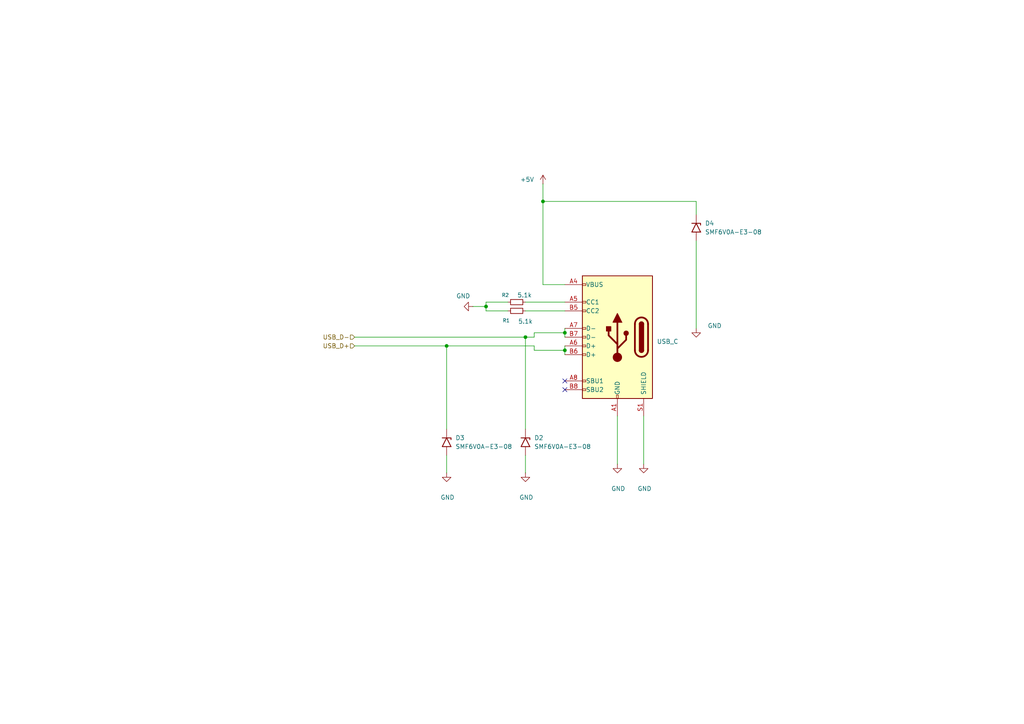
<source format=kicad_sch>
(kicad_sch (version 20250114) (generator "eeschema") (generator_version "9.0")
  (paper "A4")
  (lib_symbols
    (symbol "Connector:USB_C_Receptacle_USB2.0_16P" (pin_names (offset 1.016))
      (property "Reference" "J" (at 0 22.225 0))
      (property "Value" "USB_C_Receptacle_USB2.0_16P" (at 0 19.685 0))
      (symbol "USB_C_Receptacle_USB2.0_16P_0_0"
        (rectangle (start -0.254 -17.78) (end 0.254 -16.764))
        (rectangle (start 10.16 15.494) (end 9.144 14.986))
        (rectangle (start 10.16 10.414) (end 9.144 9.906))
        (rectangle (start 10.16 7.874) (end 9.144 7.366))
        (rectangle (start 10.16 2.794) (end 9.144 2.286))
        (rectangle (start 10.16 0.254) (end 9.144 -0.254))
        (rectangle (start 10.16 -2.286) (end 9.144 -2.794))
        (rectangle (start 10.16 -4.826) (end 9.144 -5.334))
        (rectangle (start 10.16 -12.446) (end 9.144 -12.954))
        (rectangle (start 10.16 -14.986) (end 9.144 -15.494))
      )
      (symbol "USB_C_Receptacle_USB2.0_16P_0_1"
        (rectangle (start -10.16 17.78) (end 10.16 -17.78) (stroke (width 0.254)) (fill (type background)))
        (polyline (pts (xy -8.89 -3.81) (xy -8.89 3.81)) (stroke (width 0.508)))
        (rectangle (start -7.62 -3.81) (end -6.35 3.81) (stroke (width 0.254)) (fill (type outline)))
        (arc (start -7.62 3.81) (mid -6.985 4.4423) (end -6.35 3.81) (stroke (width 0.254)))
        (arc (start -7.62 3.81) (mid -6.985 4.4423) (end -6.35 3.81) (stroke (width 0.254)) (fill (type outline)))
        (arc (start -8.89 3.81) (mid -6.985 5.7067) (end -5.08 3.81) (stroke (width 0.508)))
        (arc (start -5.08 -3.81) (mid -6.985 -5.7067) (end -8.89 -3.81) (stroke (width 0.508)))
        (arc (start -6.35 -3.81) (mid -6.985 -4.4423) (end -7.62 -3.81) (stroke (width 0.254)))
        (arc (start -6.35 -3.81) (mid -6.985 -4.4423) (end -7.62 -3.81) (stroke (width 0.254)) (fill (type outline)))
        (polyline (pts (xy -5.08 3.81) (xy -5.08 -3.81)) (stroke (width 0.508)))
        (circle (center -2.54 1.143) (radius 0.635) (stroke (width 0.254)) (fill (type outline)))
        (polyline (pts (xy -1.27 4.318) (xy 0 6.858) (xy 1.27 4.318) (xy -1.27 4.318)) (stroke (width 0.254)) (fill (type outline)))
        (polyline (pts (xy 0 -2.032) (xy 2.54 0.508) (xy 2.54 1.778)) (stroke (width 0.508)))
        (polyline (pts (xy 0 -3.302) (xy -2.54 -0.762) (xy -2.54 0.508)) (stroke (width 0.508)))
        (polyline (pts (xy 0 -5.842) (xy 0 4.318)) (stroke (width 0.508)))
        (circle (center 0 -5.842) (radius 1.27) (fill (type outline)))
        (rectangle (start 1.905 1.778) (end 3.175 3.048) (stroke (width 0.254)) (fill (type outline)))
      )
      (symbol "USB_C_Receptacle_USB2.0_16P_1_1"
        (pin passive line (at -7.62 -22.86 90) (length 5.08) (name "SHIELD") (number "S1"))
        (pin passive line (at 0 -22.86 90) (length 5.08) (name "GND") (number "A1"))
        (pin passive line (at 0 -22.86 90) (length 5.08) (hide yes) (name "GND") (number "A12"))
        (pin passive line (at 0 -22.86 90) (length 5.08) (hide yes) (name "GND") (number "B1"))
        (pin passive line (at 0 -22.86 90) (length 5.08) (hide yes) (name "GND") (number "B12"))
        (pin passive line (at 15.24 15.24 180) (length 5.08) (name "VBUS") (number "A4"))
        (pin passive line (at 15.24 15.24 180) (length 5.08) (hide yes) (name "VBUS") (number "A9"))
        (pin passive line (at 15.24 15.24 180) (length 5.08) (hide yes) (name "VBUS") (number "B4"))
        (pin passive line (at 15.24 15.24 180) (length 5.08) (hide yes) (name "VBUS") (number "B9"))
        (pin bidirectional line (at 15.24 10.16 180) (length 5.08) (name "CC1") (number "A5"))
        (pin bidirectional line (at 15.24 7.62 180) (length 5.08) (name "CC2") (number "B5"))
        (pin bidirectional line (at 15.24 2.54 180) (length 5.08) (name "D-") (number "A7"))
        (pin bidirectional line (at 15.24 0 180) (length 5.08) (name "D-") (number "B7"))
        (pin bidirectional line (at 15.24 -2.54 180) (length 5.08) (name "D+") (number "A6"))
        (pin bidirectional line (at 15.24 -5.08 180) (length 5.08) (name "D+") (number "B6"))
        (pin bidirectional line (at 15.24 -12.7 180) (length 5.08) (name "SBU1") (number "A8"))
        (pin bidirectional line (at 15.24 -15.24 180) (length 5.08) (name "SBU2") (number "B8"))
      )
    )
    (symbol "Device:R_Small" (pin_numbers (hide yes)) (pin_names (offset 0.254) (hide yes))
      (property "Reference" "R" (at 0 0 90))
      (property "Value" "R_Small" (at 1.778 0 90))
      (symbol "R_Small_0_1"
        (rectangle (start -0.762 1.778) (end 0.762 -1.778) (stroke (width 0.2032)))
      )
      (symbol "R_Small_1_1"
        (pin passive line (at 0 2.54 270) (length 0.762) (name "~") (number "1"))
        (pin passive line (at 0 -2.54 90) (length 0.762) (name "~") (number "2"))
      )
    )
    (symbol "Diode:SMF6V0A" (pin_numbers (hide yes)) (pin_names (offset 1.016) (hide yes))
      (property "Reference" "D" (at 0 2.54 0))
      (property "Value" "SMF6V0A" (at 0 -2.54 0))
      (symbol "SMF6V0A_0_1"
        (polyline (pts (xy -0.762 1.27) (xy -1.27 1.27) (xy -1.27 -1.27)) (stroke (width 0.254)))
        (polyline (pts (xy 1.27 1.27) (xy 1.27 -1.27) (xy -1.27 0) (xy 1.27 1.27)) (stroke (width 0.254)))
      )
      (symbol "SMF6V0A_1_1"
        (pin passive line (at -3.81 0 0) (length 2.54) (name "A1") (number "1"))
        (pin passive line (at 3.81 0 180) (length 2.54) (name "A2") (number "2"))
      )
    )
    (symbol "Diode:SMF6V5A" (pin_numbers (hide yes)) (pin_names (offset 1.016) (hide yes))
      (property "Reference" "D" (at 0 2.54 0))
      (property "Value" "SMF6V5A" (at 0 -2.54 0))
      (symbol "SMF6V5A_0_1"
        (polyline (pts (xy -0.762 1.27) (xy -1.27 1.27) (xy -1.27 -1.27)) (stroke (width 0.254)))
        (polyline (pts (xy 1.27 1.27) (xy 1.27 -1.27) (xy -1.27 0) (xy 1.27 1.27)) (stroke (width 0.254)))
      )
      (symbol "SMF6V5A_1_1"
        (pin passive line (at -3.81 0 0) (length 2.54) (name "A1") (number "1"))
        (pin passive line (at 3.81 0 180) (length 2.54) (name "A2") (number "2"))
      )
    )
    (symbol "power:+5V" (power) (pin_numbers (hide yes)) (pin_names (offset 0) (hide yes))
      (property "Value" "+5V" (at 0 3.556 0))
      (symbol "+5V_0_1"
        (polyline (pts (xy -0.762 1.27) (xy 0 2.54)))
        (polyline (pts (xy 0 2.54) (xy 0.762 1.27)))
        (polyline (pts (xy 0 0) (xy 0 2.54)))
      )
      (symbol "+5V_1_1"
        (pin power_in line (at 0 0 90) (length 0) (name "~") (number "1"))
      )
    )
    (symbol "power:GND" (power) (pin_numbers (hide yes)) (pin_names (offset 0) (hide yes))
      (property "Value" "GND" (at 0 -3.81 0))
      (symbol "GND_0_1"
        (polyline (pts (xy 0 0) (xy 0 -1.27) (xy 1.27 -1.27) (xy 0 -2.54) (xy -1.27 -1.27) (xy 0 -1.27)))
      )
      (symbol "GND_1_1"
        (pin power_in line (at 0 0 270) (length 0) (name "~") (number "1"))
      )
    )
  )
  (junction (at 163.83 96.52))
  (junction (at 157.48 58.42))
  (junction (at 163.83 101.6))
  (junction (at 152.4 97.79))
  (junction (at 140.97 88.9))
  (junction (at 129.54 100.33))
  (no_connect (at 163.83 113.03))
  (no_connect (at 163.83 110.49))
  (wire (pts (xy 140.97 88.9) (xy 140.97 90.17)))
  (wire (pts (xy 152.4 90.17) (xy 163.83 90.17)))
  (wire (pts (xy 163.83 82.55) (xy 157.48 82.55)))
  (wire (pts (xy 154.94 96.52) (xy 163.83 96.52)))
  (wire (pts (xy 154.94 100.33) (xy 154.94 101.6)))
  (wire (pts (xy 152.4 97.79) (xy 154.94 97.79)))
  (wire (pts (xy 140.97 88.9) (xy 137.16 88.9)))
  (wire (pts (xy 157.48 58.42) (xy 157.48 82.55)))
  (wire (pts (xy 140.97 90.17) (xy 147.32 90.17)))
  (wire (pts (xy 163.83 96.52) (xy 163.83 97.79)))
  (wire (pts (xy 102.87 97.79) (xy 152.4 97.79)))
  (wire (pts (xy 201.93 69.85) (xy 201.93 95.25)))
  (wire (pts (xy 102.87 100.33) (xy 129.54 100.33)))
  (wire (pts (xy 186.69 120.65) (xy 186.69 134.62)))
  (wire (pts (xy 154.94 101.6) (xy 163.83 101.6)))
  (wire (pts (xy 157.48 58.42) (xy 201.93 58.42)))
  (wire (pts (xy 157.48 53.34) (xy 157.48 58.42)))
  (wire (pts (xy 163.83 100.33) (xy 163.83 101.6)))
  (wire (pts (xy 152.4 132.08) (xy 152.4 137.16)))
  (wire (pts (xy 152.4 87.63) (xy 163.83 87.63)))
  (wire (pts (xy 140.97 87.63) (xy 147.32 87.63)))
  (wire (pts (xy 201.93 58.42) (xy 201.93 62.23)))
  (wire (pts (xy 154.94 97.79) (xy 154.94 96.52)))
  (wire (pts (xy 152.4 97.79) (xy 152.4 124.46)))
  (wire (pts (xy 129.54 100.33) (xy 154.94 100.33)))
  (wire (pts (xy 129.54 100.33) (xy 129.54 124.46)))
  (wire (pts (xy 129.54 132.08) (xy 129.54 137.16)))
  (wire (pts (xy 179.07 120.65) (xy 179.07 134.62)))
  (wire (pts (xy 163.83 95.25) (xy 163.83 96.52)))
  (wire (pts (xy 163.83 101.6) (xy 163.83 102.87)))
  (wire (pts (xy 140.97 87.63) (xy 140.97 88.9)))
  (hierarchical_label "USB_D-" (shape input) (at 102.87 97.79 180))
  (hierarchical_label "USB_D+" (shape input) (at 102.87 100.33 180))
  (symbol (lib_id "power:GND") (at 137.16 88.9 270) (mirror x) (unit 1)
    (property "Reference" "#PWR011" (effects (hide yes)))
    (property "Value" "GND" (at 136.398 85.852 90) (effects (justify right)))
    (property "Description" "Power symbol creates a global label with name \"GND\" , ground" (effects (hide yes)))
  )
  (symbol (lib_id "Device:R_Small") (at 149.86 90.17 90) (unit 1)
    (property "Reference" "R1" (at 146.812 92.964 90) (effects (font (size 1.016 1.016))))
    (property "Value" "5.1k" (at 152.4 93.218 90))
    (property "Footprint" "Resistor:R0402" (effects (hide yes)))
    (property "Description" "Resistor, small symbol" (effects (hide yes)))
  )
  (symbol (lib_id "power:+5V") (at 157.48 53.34 0) (mirror y) (unit 1)
    (property "Reference" "#PWR012" (effects (hide yes)))
    (property "Value" "+5V" (at 154.94 52.0699 0) (effects (justify left)))
    (property "Description" "Power symbol creates a global label with name \"+5V\"" (effects (hide yes)))
  )
  (symbol (lib_id "power:GND") (at 129.54 137.16 0) (mirror y) (unit 1)
    (property "Reference" "#PWR054" (effects (hide yes)))
    (property "Value" "GND" (at 129.794 144.272 0))
    (property "Description" "Power symbol creates a global label with name \"GND\" , ground" (effects (hide yes)))
  )
  (symbol (lib_id "Diode:SMF6V0A") (at 129.54 128.27 270) (unit 1)
    (property "Reference" "D3" (at 132.08 126.9999 90) (effects (justify left)))
    (property "Value" "SMF6V0A-E3-08" (at 132.08 129.5399 90) (effects (justify left)))
    (property "Footprint" "Diode_SMD:D_SMF" (effects (hide yes)))
    (property "Datasheet" "https://www.vishay.com/doc?85881" (effects (hide yes)))
    (property "Description" "200W unidirectional Transil Transient Voltage Suppressor, 6Vrwm, SMF" (effects (hide yes)))
  )
  (symbol (lib_id "Device:R_Small") (at 149.86 87.63 90) (unit 1)
    (property "Reference" "R2" (at 146.558 85.598 90) (effects (font (size 1.016 1.016))))
    (property "Value" "5.1k" (at 152.146 85.598 90))
    (property "Footprint" "Resistor:R0402" (effects (hide yes)))
    (property "Description" "Resistor, small symbol" (effects (hide yes)))
  )
  (symbol (lib_id "power:GND") (at 201.93 95.25 0) (mirror y) (unit 1)
    (property "Reference" "#PWR056" (effects (hide yes)))
    (property "Value" "GND" (at 205.232 94.488 0) (effects (justify right)))
    (property "Description" "Power symbol creates a global label with name \"GND\" , ground" (effects (hide yes)))
  )
  (symbol (lib_id "Connector:USB_C_Receptacle_USB2.0_16P") (at 179.07 97.79 0) (mirror y) (unit 1)
    (property "Reference" "PowerUpload1" (effects (hide yes)))
    (property "Value" "USB_C" (at 190.5 99.0599 0) (effects (justify right)))
    (property "Footprint" "Connector_USB:USB_C_Receptacle_GCT_USB4105-xx-A_16P_TopMnt_Horizontal" (effects (hide yes)))
    (property "Datasheet" "https://www.usb.org/sites/default/files/documents/usb_type-c.zip" (effects (hide yes)))
    (property "Description" "USB 2.0-only 16P Type-C Receptacle connector" (effects (hide yes)))
  )
  (symbol (lib_id "power:GND") (at 179.07 134.62 0) (mirror y) (unit 1)
    (property "Reference" "#PWR09" (effects (hide yes)))
    (property "Value" "GND" (at 179.324 141.732 0))
    (property "Description" "Power symbol creates a global label with name \"GND\" , ground" (effects (hide yes)))
  )
  (symbol (lib_id "Diode:SMF6V5A") (at 201.93 66.04 270) (unit 1)
    (property "Reference" "D4" (at 204.47 64.7699 90) (effects (justify left)))
    (property "Value" "SMF6V0A-E3-08" (at 204.47 67.3099 90) (effects (justify left)))
    (property "Footprint" "Diode_SMD:D_SMF" (effects (hide yes)))
    (property "Datasheet" "https://www.vishay.com/doc?85881" (effects (hide yes)))
    (property "Description" "200W unidirectional Transil Transient Voltage Suppressor, 6.5Vrwm, SMF" (effects (hide yes)))
  )
  (symbol (lib_id "Diode:SMF6V0A") (at 152.4 128.27 270) (unit 1)
    (property "Reference" "D2" (at 154.94 126.9999 90) (effects (justify left)))
    (property "Value" "SMF6V0A-E3-08" (at 154.94 129.5399 90) (effects (justify left)))
    (property "Footprint" "Diode_SMD:D_SMF" (effects (hide yes)))
    (property "Datasheet" "https://www.vishay.com/doc?85881" (effects (hide yes)))
    (property "Description" "200W unidirectional Transil Transient Voltage Suppressor, 6Vrwm, SMF" (effects (hide yes)))
  )
  (symbol (lib_id "power:GND") (at 186.69 134.62 0) (mirror y) (unit 1)
    (property "Reference" "#PWR010" (effects (hide yes)))
    (property "Value" "GND" (at 186.944 141.732 0))
    (property "Description" "Power symbol creates a global label with name \"GND\" , ground" (effects (hide yes)))
  )
  (symbol (lib_id "power:GND") (at 152.4 137.16 0) (mirror y) (unit 1)
    (property "Reference" "#PWR053" (effects (hide yes)))
    (property "Value" "GND" (at 152.654 144.272 0))
    (property "Description" "Power symbol creates a global label with name \"GND\" , ground" (effects (hide yes)))
  )
)
</source>
